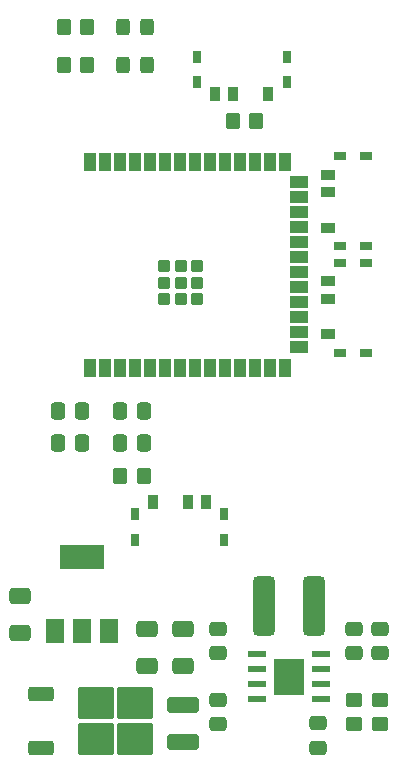
<source format=gbr>
%TF.GenerationSoftware,KiCad,Pcbnew,7.0.1*%
%TF.CreationDate,2023-11-18T18:12:55+02:00*%
%TF.ProjectId,Ulkovalo,556c6b6f-7661-46c6-9f2e-6b696361645f,rev?*%
%TF.SameCoordinates,Original*%
%TF.FileFunction,Paste,Top*%
%TF.FilePolarity,Positive*%
%FSLAX46Y46*%
G04 Gerber Fmt 4.6, Leading zero omitted, Abs format (unit mm)*
G04 Created by KiCad (PCBNEW 7.0.1) date 2023-11-18 18:12:55*
%MOMM*%
%LPD*%
G01*
G04 APERTURE LIST*
G04 Aperture macros list*
%AMRoundRect*
0 Rectangle with rounded corners*
0 $1 Rounding radius*
0 $2 $3 $4 $5 $6 $7 $8 $9 X,Y pos of 4 corners*
0 Add a 4 corners polygon primitive as box body*
4,1,4,$2,$3,$4,$5,$6,$7,$8,$9,$2,$3,0*
0 Add four circle primitives for the rounded corners*
1,1,$1+$1,$2,$3*
1,1,$1+$1,$4,$5*
1,1,$1+$1,$6,$7*
1,1,$1+$1,$8,$9*
0 Add four rect primitives between the rounded corners*
20,1,$1+$1,$2,$3,$4,$5,0*
20,1,$1+$1,$4,$5,$6,$7,0*
20,1,$1+$1,$6,$7,$8,$9,0*
20,1,$1+$1,$8,$9,$2,$3,0*%
G04 Aperture macros list end*
%ADD10RoundRect,0.250000X-0.650000X0.412500X-0.650000X-0.412500X0.650000X-0.412500X0.650000X0.412500X0*%
%ADD11RoundRect,0.250000X-0.337500X-0.475000X0.337500X-0.475000X0.337500X0.475000X-0.337500X0.475000X0*%
%ADD12RoundRect,0.250000X-0.850000X-0.350000X0.850000X-0.350000X0.850000X0.350000X-0.850000X0.350000X0*%
%ADD13RoundRect,0.250000X-1.275000X-1.125000X1.275000X-1.125000X1.275000X1.125000X-1.275000X1.125000X0*%
%ADD14RoundRect,0.250000X0.450000X-0.350000X0.450000X0.350000X-0.450000X0.350000X-0.450000X-0.350000X0*%
%ADD15R,1.250000X0.900000*%
%ADD16R,1.000000X0.800000*%
%ADD17R,0.900000X1.250000*%
%ADD18R,0.800000X1.000000*%
%ADD19RoundRect,0.250000X-0.325000X-0.450000X0.325000X-0.450000X0.325000X0.450000X-0.325000X0.450000X0*%
%ADD20R,1.500000X2.000000*%
%ADD21R,3.800000X2.000000*%
%ADD22RoundRect,0.010000X0.440000X-0.740000X0.440000X0.740000X-0.440000X0.740000X-0.440000X-0.740000X0*%
%ADD23RoundRect,0.010000X-0.740000X-0.440000X0.740000X-0.440000X0.740000X0.440000X-0.740000X0.440000X0*%
%ADD24RoundRect,0.010000X0.440000X-0.440000X0.440000X0.440000X-0.440000X0.440000X-0.440000X-0.440000X0*%
%ADD25RoundRect,0.475000X0.475000X2.075000X-0.475000X2.075000X-0.475000X-2.075000X0.475000X-2.075000X0*%
%ADD26RoundRect,0.250000X0.350000X0.450000X-0.350000X0.450000X-0.350000X-0.450000X0.350000X-0.450000X0*%
%ADD27RoundRect,0.250000X1.100000X-0.412500X1.100000X0.412500X-1.100000X0.412500X-1.100000X-0.412500X0*%
%ADD28RoundRect,0.250000X0.475000X-0.337500X0.475000X0.337500X-0.475000X0.337500X-0.475000X-0.337500X0*%
%ADD29RoundRect,0.250000X0.337500X0.475000X-0.337500X0.475000X-0.337500X-0.475000X0.337500X-0.475000X0*%
%ADD30R,2.600000X3.100000*%
%ADD31R,1.550000X0.600000*%
%ADD32RoundRect,0.250000X-0.350000X-0.450000X0.350000X-0.450000X0.350000X0.450000X-0.350000X0.450000X0*%
%ADD33RoundRect,0.250000X-0.450000X0.350000X-0.450000X-0.350000X0.450000X-0.350000X0.450000X0.350000X0*%
%ADD34RoundRect,0.250000X-0.475000X0.337500X-0.475000X-0.337500X0.475000X-0.337500X0.475000X0.337500X0*%
G04 APERTURE END LIST*
D10*
%TO.C,C2*%
X53500000Y-96937500D03*
X53500000Y-100062500D03*
%TD*%
D11*
%TO.C,C12*%
X51175000Y-81250000D03*
X53250000Y-81250000D03*
%TD*%
D12*
%TO.C,Q2*%
X44535000Y-102507500D03*
D13*
X49160000Y-103262500D03*
X49160000Y-106312500D03*
X52510000Y-103262500D03*
X52510000Y-106312500D03*
D12*
X44535000Y-107067500D03*
%TD*%
D14*
%TO.C,R2*%
X71000000Y-105000000D03*
X71000000Y-103000000D03*
%TD*%
D15*
%TO.C,SW4*%
X68825000Y-63012500D03*
X68825000Y-60012500D03*
D16*
X72000000Y-56962500D03*
X69800000Y-56962500D03*
D15*
X68825000Y-58512500D03*
D16*
X72000000Y-64562500D03*
X69800000Y-64562500D03*
%TD*%
D17*
%TO.C,SW1*%
X63762500Y-51675000D03*
X60762500Y-51675000D03*
D18*
X57712500Y-48500000D03*
X57712500Y-50700000D03*
D17*
X59262500Y-51675000D03*
D18*
X65312500Y-48500000D03*
X65312500Y-50700000D03*
%TD*%
D19*
%TO.C,D1*%
X51450000Y-49250000D03*
X53500000Y-49250000D03*
%TD*%
D20*
%TO.C,U3*%
X45700000Y-97150000D03*
X48000000Y-97150000D03*
D21*
X48000000Y-90850000D03*
D20*
X50300000Y-97150000D03*
%TD*%
D22*
%TO.C,U1*%
X48630000Y-74900000D03*
X49900000Y-74900000D03*
X51170000Y-74900000D03*
X52440000Y-74900000D03*
X53710000Y-74900000D03*
X54980000Y-74900000D03*
X56250000Y-74900000D03*
X57520000Y-74900000D03*
X58790000Y-74900000D03*
X60060000Y-74900000D03*
X61330000Y-74900000D03*
X62600000Y-74900000D03*
X63870000Y-74900000D03*
X65140000Y-74900000D03*
D23*
X66390000Y-73135000D03*
X66390000Y-71865000D03*
X66390000Y-70595000D03*
X66390000Y-69325000D03*
X66390000Y-68055000D03*
X66390000Y-66785000D03*
X66390000Y-65515000D03*
X66390000Y-64245000D03*
X66390000Y-62975000D03*
X66390000Y-61705000D03*
X66390000Y-60435000D03*
X66390000Y-59165000D03*
D22*
X65140000Y-57400000D03*
X63870000Y-57400000D03*
X62600000Y-57400000D03*
X61330000Y-57400000D03*
X60060000Y-57400000D03*
X58790000Y-57400000D03*
X57520000Y-57400000D03*
X56250000Y-57400000D03*
X54980000Y-57400000D03*
X53710000Y-57400000D03*
X52440000Y-57400000D03*
X51170000Y-57400000D03*
X49900000Y-57400000D03*
X48630000Y-57400000D03*
D24*
X54950000Y-69050000D03*
X56350000Y-69050000D03*
X57750000Y-69050000D03*
X54950000Y-67650000D03*
X56350000Y-67650000D03*
X57750000Y-67650000D03*
X54950000Y-66250000D03*
X56350000Y-66250000D03*
X57750000Y-66250000D03*
%TD*%
D15*
%TO.C,SW3*%
X68825000Y-72012500D03*
X68825000Y-69012500D03*
D16*
X72000000Y-65962500D03*
X69800000Y-65962500D03*
D15*
X68825000Y-67512500D03*
D16*
X72000000Y-73562500D03*
X69800000Y-73562500D03*
%TD*%
D19*
%TO.C,D2*%
X51450000Y-46000000D03*
X53500000Y-46000000D03*
%TD*%
D25*
%TO.C,L1*%
X67600000Y-95000000D03*
X63400000Y-95000000D03*
%TD*%
D26*
%TO.C,R9*%
X53212500Y-84000000D03*
X51212500Y-84000000D03*
%TD*%
%TO.C,R6*%
X48450000Y-49250000D03*
X46450000Y-49250000D03*
%TD*%
%TO.C,R10*%
X48450000Y-46000000D03*
X46450000Y-46000000D03*
%TD*%
D10*
%TO.C,C9*%
X42750000Y-94187500D03*
X42750000Y-97312500D03*
%TD*%
D27*
%TO.C,C1*%
X56500000Y-106562500D03*
X56500000Y-103437500D03*
%TD*%
D28*
%TO.C,C7*%
X68000000Y-107037500D03*
X68000000Y-104962500D03*
%TD*%
D29*
%TO.C,C14*%
X48000000Y-78500000D03*
X45925000Y-78500000D03*
%TD*%
D30*
%TO.C,U2*%
X65500000Y-101000000D03*
D31*
X62800000Y-99095000D03*
X62800000Y-100365000D03*
X62800000Y-101635000D03*
X62800000Y-102905000D03*
X68200000Y-102905000D03*
X68200000Y-101635000D03*
X68200000Y-100365000D03*
X68200000Y-99095000D03*
%TD*%
D28*
%TO.C,C6*%
X73250000Y-99037500D03*
X73250000Y-96962500D03*
%TD*%
D10*
%TO.C,C8*%
X56500000Y-96937500D03*
X56500000Y-100062500D03*
%TD*%
D17*
%TO.C,SW2*%
X54000000Y-86250000D03*
X57000000Y-86250000D03*
D18*
X60050000Y-89425000D03*
X60050000Y-87225000D03*
D17*
X58500000Y-86250000D03*
D18*
X52450000Y-89425000D03*
X52450000Y-87225000D03*
%TD*%
D11*
%TO.C,C11*%
X51175000Y-78500000D03*
X53250000Y-78500000D03*
%TD*%
D28*
%TO.C,C4*%
X71000000Y-99037500D03*
X71000000Y-96962500D03*
%TD*%
D32*
%TO.C,R5*%
X60750000Y-54000000D03*
X62750000Y-54000000D03*
%TD*%
D33*
%TO.C,R1*%
X73250000Y-103000000D03*
X73250000Y-105000000D03*
%TD*%
D29*
%TO.C,C13*%
X48000000Y-81250000D03*
X45925000Y-81250000D03*
%TD*%
D28*
%TO.C,C3*%
X59500000Y-105037500D03*
X59500000Y-102962500D03*
%TD*%
D34*
%TO.C,C5*%
X59500000Y-96962500D03*
X59500000Y-99037500D03*
%TD*%
M02*

</source>
